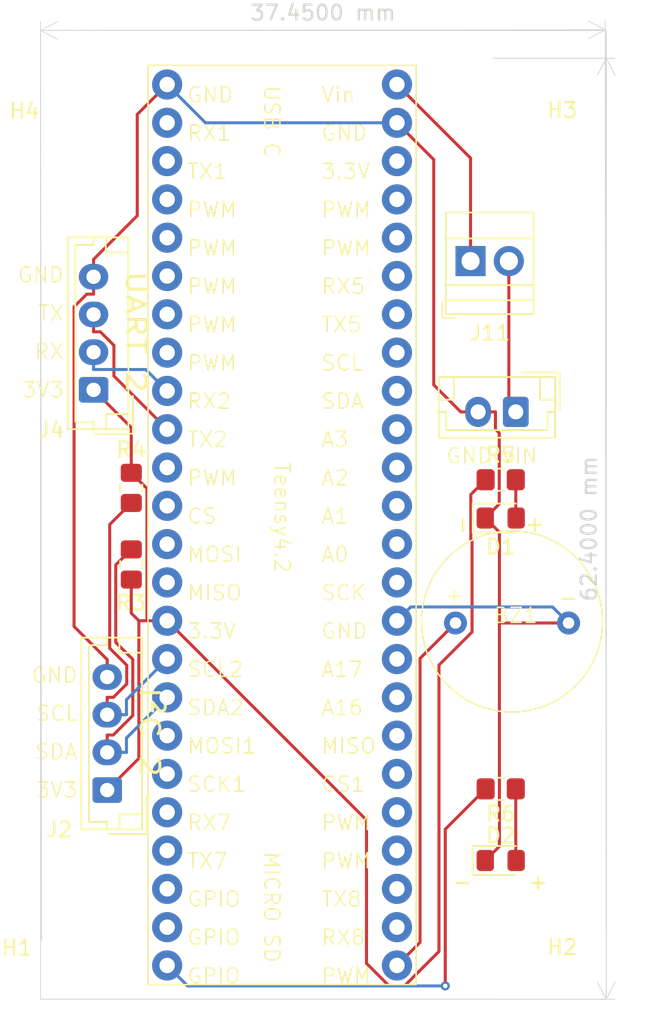
<source format=kicad_pcb>
(kicad_pcb (version 20240108) (generator "pcbnew") (generator_version "8.0")
  (layers (0 "F.Cu" signal) (31 "B.Cu" signal) (34 "B.Paste" user) (35 "F.Paste" user) (36 "B.SilkS" user "B.Silkscreen") (37 "F.SilkS" user "F.Silkscreen") (38 "B.Mask" user) (39 "F.Mask" user) (44 "Edge.Cuts" user))
  (net 0 "")
  (net 1 "/SCL0")
  (net 2 "GND")
  (net 3 "/SDA0")
  (net 4 "+3.3V")
  (net 5 "/SDA2")
  (net 6 "/SCL2")
  (net 7 "/TX1")
  (net 8 "/RX1")
  (net 9 "/TX2")
  (net 10 "/RX2")
  (net 11 "/TX5")
  (net 12 "/RX5")
  (net 13 "/RX7")
  (net 14 "/TX7")
  (net 15 "/TX8")
  (net 16 "/RX8")
  (net 17 "/MOSI1")
  (net 18 "/MISO1")
  (net 19 "/SCK1")
  (net 20 "/CS1")
  (net 21 "/MOSI0")
  (net 22 "/MISO0")
  (net 23 "/SCK0")
  (net 24 "/CS0")
  (net 25 "Net-(D1-A)")
  (net 26 "Net-(J11-Pin_2)")
  (net 28 "Net-(D2-A)")
  (net 29 "Net-(BZ1-+)")
  (net 48 "Net-(R6-Pad2)")
  (net 49 "Net-(J11-Pin_1)")
  (footprint "TerminalBlock:TerminalBlock_Xinya_XY308-2.54-2P_1x02_P2.54mm_Horizontal" (layer "F.Cu") (at 94 55)
    (property "Reference" "J11" (at 1.29 4.75 0) (layer "F.SilkS"))
    (property "Value" "Screw_Terminal_01x02")
    (fp_line (start -1.88 2.72) (end -1.88 3.76) (stroke (width 0.12)) (layer "F.SilkS"))
    (fp_line (start -1.88 3.76) (end -1.08 3.76) (stroke (width 0.12)) (layer "F.SilkS"))
    (fp_line (start -1.64 -3.22) (end -1.64 3.52) (stroke (width 0.12)) (layer "F.SilkS"))
    (fp_line (start -1.64 -3.22) (end 4.18 -3.22) (stroke (width 0.12)) (layer "F.SilkS"))
    (fp_line (start -1.64 -1.501) (end 4.18 -1.501) (stroke (width 0.12)) (layer "F.SilkS"))
    (fp_line (start -1.64 1.6) (end 4.18 1.6) (stroke (width 0.12)) (layer "F.SilkS"))
    (fp_line (start -1.64 2.6) (end 4.18 2.6) (stroke (width 0.12)) (layer "F.SilkS"))
    (fp_line (start -1.64 3.52) (end 4.18 3.52) (stroke (width 0.12)) (layer "F.SilkS"))
    (fp_line (start 4.18 -3.22) (end 4.18 3.52) (stroke (width 0.12)) (layer "F.SilkS"))
    (pad "1" thru_hole rect (at 0 0) (size 2 2) (drill 1.2) (layers "*.Cu" "*.Mask") (net 49 "Net-(J11-Pin_1)"))
    (pad "2" thru_hole circle (at 2.54 0) (size 2 2) (drill 1.2) (layers "*.Cu" "*.Mask") (net 26 "Net-(J11-Pin_2)"))
  )
  (footprint "Avionics:Adafruit_Buzzer" (layer "F.Cu") (at 97 79)
    (property "Reference" "BZ1" (at 0 -0.5 0) (layer "F.SilkS") (effects (font (thickness 0.1))))
    (property "Value" "Buzzer")
    (fp_circle (center -0.25 -0.1) (end 5.75 -0.25) (stroke (width 0.1)) (fill none) (layer "F.SilkS"))
    (fp_text user "+" (at -4.75 -1.25 0) (layer "F.SilkS") (effects (font (thickness 0.1)) (justify left bottom)))
    (pad "1" thru_hole circle (at -4 0) (size 1.524 1.524) (drill 0.762) (layers "*.Cu" "*.Mask") (net 29 "Net-(BZ1-+)"))
    (pad "2" thru_hole circle (at 3.5 0) (size 1.524 1.524) (drill 0.762) (layers "*.Cu" "*.Mask") (net 2 "GND"))
  )
  (footprint "Resistor_SMD:R_0805_2012Metric_Pad1.20x1.40mm_HandSolder" (layer "F.Cu") (at 71.5 70.04 -90)
    (property "Reference" "R4" (at -2.54 0 0) (layer "F.SilkS"))
    (property "Value" "3.3kΩ")
    (fp_line (start -0.227064 0.735) (end 0.227064 0.735) (stroke (width 0.12)) (layer "F.SilkS"))
    (fp_line (start -0.227064 -0.735) (end 0.227064 -0.735) (stroke (width 0.12)) (layer "F.SilkS"))
    (pad "1" smd roundrect (at -1 0 270) (size 1.2 1.4) (layers "F.Cu" "F.Paste" "F.Mask") (roundrect_rratio 0.208333) (net 4 "+3.3V"))
    (pad "2" smd roundrect (at 1 0 270) (size 1.2 1.4) (layers "F.Cu" "F.Paste" "F.Mask") (roundrect_rratio 0.208333) (net 6 "/SCL2"))
  )
  (footprint "MountingHole:MountingHole_3.2mm_M3" (layer "F.Cu") (at 95 45)
    (property "Reference" "H3" (at 5.08 0 0) (layer "F.SilkS"))
    (property "Value" "MountingHole")
    (pad "" np_thru_hole circle (at 0 0) (size 3.2 3.2) (drill 3.2) (layers "*.Cu" "*.Mask"))
  )
  (footprint "Connector_JST:JST_EH_B2B-EH-A_1x02_P2.50mm_Vertical" (layer "F.Cu") (at 97 65 180)
    (property "Reference" "J9" (hide yes))
    (property "Value" "Conn_01x02")
    (fp_line (start 5.11 2.31) (end 5.11 -1.71) (stroke (width 0.12)) (layer "F.SilkS"))
    (fp_line (start 5.11 0.81) (end 4.11 0.81) (stroke (width 0.12)) (layer "F.SilkS"))
    (fp_line (start 5.11 -1.71) (end -2.61 -1.71) (stroke (width 0.12)) (layer "F.SilkS"))
    (fp_line (start 4.61 0) (end 5.11 0) (stroke (width 0.12)) (layer "F.SilkS"))
    (fp_line (start 4.61 -1.21) (end 4.61 0) (stroke (width 0.12)) (layer "F.SilkS"))
    (fp_line (start 4.11 0.81) (end 4.11 2.31) (stroke (width 0.12)) (layer "F.SilkS"))
    (fp_line (start -1.61 0.81) (end -1.61 2.31) (stroke (width 0.12)) (layer "F.SilkS"))
    (fp_line (start -2.11 0) (end -2.11 -1.21) (stroke (width 0.12)) (layer "F.SilkS"))
    (fp_line (start -2.11 -1.21) (end 4.61 -1.21) (stroke (width 0.12)) (layer "F.SilkS"))
    (fp_line (start -2.61 2.31) (end 5.11 2.31) (stroke (width 0.12)) (layer "F.SilkS"))
    (fp_line (start -2.61 0.81) (end -1.61 0.81) (stroke (width 0.12)) (layer "F.SilkS"))
    (fp_line (start -2.61 0) (end -2.11 0) (stroke (width 0.12)) (layer "F.SilkS"))
    (fp_line (start -2.61 -1.71) (end -2.61 2.31) (stroke (width 0.12)) (layer "F.SilkS"))
    (fp_line (start -2.91 2.61) (end -0.41 2.61) (stroke (width 0.12)) (layer "F.SilkS"))
    (fp_line (start -2.91 0.11) (end -2.91 2.61) (stroke (width 0.12)) (layer "F.SilkS"))
    (pad "1" thru_hole roundrect (at 0 0 180) (size 1.7 2) (drill 1) (layers "*.Cu" "*.Mask") (roundrect_rratio 0.147059) (net 26 "Net-(J11-Pin_2)"))
    (pad "2" thru_hole oval (at 2.5 0 180) (size 1.7 2) (drill 1) (layers "*.Cu" "*.Mask") (net 2 "GND"))
  )
  (footprint "Connector_JST:JST_EH_B4B-EH-A_1x04_P2.50mm_Vertical" (layer "F.Cu") (at 69.905 90.08 90)
    (property "Reference" "J2" (at -2.62 -3.175 180) (layer "F.SilkS"))
    (property "Value" "Conn_01x04")
    (fp_line (start 10.11 -1.71) (end -2.61 -1.71) (stroke (width 0.12)) (layer "F.SilkS"))
    (fp_line (start -2.61 -1.71) (end -2.61 2.31) (stroke (width 0.12)) (layer "F.SilkS"))
    (fp_line (start 9.61 -1.21) (end 9.61 0) (stroke (width 0.12)) (layer "F.SilkS"))
    (fp_line (start -2.11 -1.21) (end 9.61 -1.21) (stroke (width 0.12)) (layer "F.SilkS"))
    (fp_line (start 9.61 0) (end 10.11 0) (stroke (width 0.12)) (layer "F.SilkS"))
    (fp_line (start -2.11 0) (end -2.11 -1.21) (stroke (width 0.12)) (layer "F.SilkS"))
    (fp_line (start -2.61 0) (end -2.11 0) (stroke (width 0.12)) (layer "F.SilkS"))
    (fp_line (start -2.91 0.11) (end -2.91 2.61) (stroke (width 0.12)) (layer "F.SilkS"))
    (fp_line (start 10.11 0.81) (end 9.11 0.81) (stroke (width 0.12)) (layer "F.SilkS"))
    (fp_line (start 9.11 0.81) (end 9.11 2.31) (stroke (width 0.12)) (layer "F.SilkS"))
    (fp_line (start -1.61 0.81) (end -1.61 2.31) (stroke (width 0.12)) (layer "F.SilkS"))
    (fp_line (start -2.61 0.81) (end -1.61 0.81) (stroke (width 0.12)) (layer "F.SilkS"))
    (fp_line (start 10.11 2.31) (end 10.11 -1.71) (stroke (width 0.12)) (layer "F.SilkS"))
    (fp_line (start -2.61 2.31) (end 10.11 2.31) (stroke (width 0.12)) (layer "F.SilkS"))
    (fp_line (start -2.91 2.61) (end -0.41 2.61) (stroke (width 0.12)) (layer "F.SilkS"))
    (pad "1" thru_hole roundrect (at 0 0 90) (size 1.7 1.95) (drill 0.95) (layers "*.Cu" "*.Mask") (roundrect_rratio 0.147059) (net 4 "+3.3V"))
    (pad "2" thru_hole oval (at 2.5 0 90) (size 1.7 1.95) (drill 0.95) (layers "*.Cu" "*.Mask") (net 5 "/SDA2"))
    (pad "3" thru_hole oval (at 5 0 90) (size 1.7 1.95) (drill 0.95) (layers "*.Cu" "*.Mask") (net 6 "/SCL2"))
    (pad "4" thru_hole oval (at 7.5 0 90) (size 1.7 1.95) (drill 0.95) (layers "*.Cu" "*.Mask") (net 2 "GND"))
  )
  (footprint "MountingHole:MountingHole_3.2mm_M3" (layer "F.Cu") (at 69.5 45.04)
    (property "Reference" "H4" (at -5.08 0 0) (layer "F.SilkS"))
    (property "Value" "MountingHole")
    (pad "" np_thru_hole circle (at 0 0) (size 3.2 3.2) (drill 3.2) (layers "*.Cu" "*.Mask"))
  )
  (footprint "Resistor_SMD:R_0805_2012Metric_Pad1.20x1.40mm_HandSolder" (layer "F.Cu") (at 96 69.5)
    (property "Reference" "R5" (at 0 -1.65 0) (layer "F.SilkS"))
    (property "Value" "220Ω")
    (fp_line (start -0.227064 -0.735) (end 0.227064 -0.735) (stroke (width 0.12)) (layer "F.SilkS"))
    (fp_line (start -0.227064 0.735) (end 0.227064 0.735) (stroke (width 0.12)) (layer "F.SilkS"))
    (pad "1" smd roundrect (at -1 0) (size 1.2 1.4) (layers "F.Cu" "F.Paste" "F.Mask") (roundrect_rratio 0.208333) (net 4 "+3.3V"))
    (pad "2" smd roundrect (at 1 0) (size 1.2 1.4) (layers "F.Cu" "F.Paste" "F.Mask") (roundrect_rratio 0.208333) (net 25 "Net-(D1-A)"))
  )
  (footprint "Resistor_SMD:R_0805_2012Metric_Pad1.20x1.40mm_HandSolder" (layer "F.Cu") (at 71.5 75.12 -90)
    (property "Reference" "R3" (at 2.54 0 0) (layer "F.SilkS"))
    (property "Value" "3.3kΩ")
    (fp_line (start -0.227064 0.735) (end 0.227064 0.735) (stroke (width 0.12)) (layer "F.SilkS"))
    (fp_line (start -0.227064 -0.735) (end 0.227064 -0.735) (stroke (width 0.12)) (layer "F.SilkS"))
    (pad "1" smd roundrect (at -1 0 270) (size 1.2 1.4) (layers "F.Cu" "F.Paste" "F.Mask") (roundrect_rratio 0.208333) (net 5 "/SDA2"))
    (pad "2" smd roundrect (at 1 0 270) (size 1.2 1.4) (layers "F.Cu" "F.Paste" "F.Mask") (roundrect_rratio 0.208333) (net 4 "+3.3V"))
  )
  (footprint "MountingHole:MountingHole_3.2mm_M3" (layer "F.Cu") (at 69 100.54)
    (property "Reference" "H1" (at -5.08 0 0) (layer "F.SilkS"))
    (property "Value" "MountingHole")
    (pad "" np_thru_hole circle (at 0 0) (size 3.2 3.2) (drill 3.2) (layers "*.Cu" "*.Mask"))
  )
  (footprint "Resistor_SMD:R_0805_2012Metric_Pad1.20x1.40mm_HandSolder" (layer "F.Cu") (at 96 90 180)
    (property "Reference" "R6" (at 0 -1.65 0) (layer "F.SilkS"))
    (property "Value" "220Ω")
    (fp_line (start -0.227064 0.735) (end 0.227064 0.735) (stroke (width 0.12)) (layer "F.SilkS"))
    (fp_line (start -0.227064 -0.735) (end 0.227064 -0.735) (stroke (width 0.12)) (layer "F.SilkS"))
    (pad "1" smd roundrect (at -1 0 180) (size 1.2 1.4) (layers "F.Cu" "F.Paste" "F.Mask") (roundrect_rratio 0.208333) (net 28 "Net-(D2-A)"))
    (pad "2" smd roundrect (at 1 0 180) (size 1.2 1.4) (layers "F.Cu" "F.Paste" "F.Mask") (roundrect_rratio 0.208333) (net 48 "Net-(R6-Pad2)"))
  )
  (footprint "Breakout Boards:Teensy_4.1" (layer "F.Cu") (at 81.5 72.5)
    (property "Reference" "Teensy4.2" (at 0 -0.5 -90) (layer "F.SilkS") (effects (font (thickness 0.1))))
    (property "Value" "~")
    (fp_line (start -8.89 -1.27) (end -8.89 -30.48) (stroke (width 0.1)) (layer "F.SilkS"))
    (fp_line (start -8.89 -1.27) (end -8.89 0) (stroke (width 0.1)) (layer "F.SilkS"))
    (fp_line (start -8.89 0) (end -8.89 30.48) (stroke (width 0.1)) (layer "F.SilkS"))
    (fp_line (start -8.89 30.48) (end 8.89 30.48) (stroke (width 0.1)) (layer "F.SilkS"))
    (fp_line (start 8.89 -30.48) (end -8.89 -30.48) (stroke (width 0.1)) (layer "F.SilkS"))
    (fp_line (start 8.89 -30.48) (end 8.89 -2.54) (stroke (width 0.1)) (layer "F.SilkS"))
    (fp_line (start 8.89 30.48) (end 8.89 -2.54) (stroke (width 0.1)) (layer "F.SilkS"))
    (fp_text user "SCK1" (at -6.35 17.78 0) (layer "F.SilkS") (effects (font (thickness 0.1)) (justify left bottom)))
    (fp_text user "SDA" (at 2.54 -7.62 0) (layer "F.SilkS") (effects (font (thickness 0.1)) (justify left bottom)))
    (fp_text user "A1" (at 2.54 0 0) (layer "F.SilkS") (effects (font (thickness 0.1)) (justify left bottom)))
    (fp_text user "PWM" (at -6.35 -17.78 0) (layer "F.SilkS") (effects (font (thickness 0.1)) (justify left bottom)))
    (fp_text user "PWM" (at -6.35 -20.32 0) (layer "F.SilkS") (effects (font (thickness 0.1)) (justify left bottom)))
    (fp_text user "RX2" (at -6.35 -7.62 0) (layer "F.SilkS") (effects (font (thickness 0.1)) (justify left bottom)))
    (fp_text user "3.3V" (at 2.54 -22.86 0) (layer "F.SilkS") (effects (font (thickness 0.1)) (justify left bottom)))
    (fp_text user "TX8" (at 2.54 25.4 0) (layer "F.SilkS") (effects (font (thickness 0.1)) (justify left bottom)))
    (fp_text user "PWM" (at 2.54 30.48 0) (layer "F.SilkS") (effects (font (thickness 0.1)) (justify left bottom)))
    (fp_text user "TX1" (at -6.35 -22.86 0) (layer "F.SilkS") (effects (font (thickness 0.1)) (justify left bottom)))
    (fp_text user "MISO" (at 2.54 15.24 0) (layer "F.SilkS") (effects (font (thickness 0.1)) (justify left bottom)))
    (fp_text user "MISO" (at -6.35 5.08 0) (layer "F.SilkS") (effects (font (thickness 0.1)) (justify left bottom)))
    (fp_text user "RX5" (at 2.54 -15.24 0) (layer "F.SilkS") (effects (font (thickness 0.1)) (justify left bottom)))
    (fp_text user "CS" (at -6.35 0 0) (layer "F.SilkS") (effects (font (thickness 0.1)) (justify left bottom)))
    (fp_text user "3.3V" (at -6.35 7.62 0) (layer "F.SilkS") (effects (font (thickness 0.1)) (justify left bottom)))
    (fp_text user "GND" (at -6.35 -27.94 0) (layer "F.SilkS") (effects (font (thickness 0.1)) (justify left bottom)))
    (fp_text user "PWM" (at 2.54 22.86 0) (layer "F.SilkS") (effects (font (thickness 0.1)) (justify left bottom)))
    (fp_text user "GPIO" (at -6.35 27.94 0) (layer "F.SilkS") (effects (font (thickness 0.1)) (justify left bottom)))
    (fp_text user "SDA2" (at -6.35 12.7 0) (layer "F.SilkS") (effects (font (thickness 0.1)) (justify left bottom)))
    (fp_text user "TX7" (at -6.35 22.86 0) (layer "F.SilkS") (effects (font (thickness 0.1)) (justify left bottom)))
    (fp_text user "MOSI" (at -6.35 2.54 0) (layer "F.SilkS") (effects (font (thickness 0.1)) (justify left bottom)))
    (fp_text user "GPIO" (at -6.35 25.4 0) (layer "F.SilkS") (effects (font (thickness 0.1)) (justify left bottom)))
    (fp_text user "TX5" (at 2.54 -12.7 0) (layer "F.SilkS") (effects (font (thickness 0.1)) (justify left bottom)))
    (fp_text user "GPIO" (at -6.35 30.48 0) (layer "F.SilkS") (effects (font (thickness 0.1)) (justify left bottom)))
    (fp_text user "SCL2" (at -6.35 10.16 0) (layer "F.SilkS") (effects (font (thickness 0.1)) (justify left bottom)))
    (fp_text user "PWM" (at -6.35 -10.16 0) (layer "F.SilkS") (effects (font (thickness 0.1)) (justify left bottom)))
    (fp_text user "PWM" (at 2.54 -20.32 0) (layer "F.SilkS") (effects (font (thickness 0.1)) (justify left bottom)))
    (fp_text user "PWM" (at -6.35 -15.24 0) (layer "F.SilkS") (effects (font (thickness 0.1)) (justify left bottom)))
    (fp_text user "RX8" (at 2.54 27.94 0) (layer "F.SilkS") (effects (font (thickness 0.1)) (justify left bottom)))
    (fp_text user "MICRO SD" (at -1.27 21.59 -90) (layer "F.SilkS") (effects (font (thickness 0.1)) (justify left bottom)))
    (fp_text user "PWM" (at 2.54 -17.78 0) (layer "F.SilkS") (effects (font (thickness 0.1)) (justify left bottom)))
    (fp_text user "USB C" (at -1.27 -29.21 -90) (layer "F.SilkS") (effects (font (thickness 0.1)) (justify left bottom)))
    (fp_text user "RX7" (at -6.35 20.32 0) (layer "F.SilkS") (effects (font (thickness 0.1)) (justify left bottom)))
    (fp_text user "A0" (at 2.54 2.54 0) (layer "F.SilkS") (effects (font (thickness 0.1)) (justify left bottom)))
    (fp_text user "PWM" (at -6.35 -12.7 0) (layer "F.SilkS") (effects (font (thickness 0.1)) (justify left bottom)))
    (fp_text user "GND" (at 2.54 -25.4 0) (layer "F.SilkS") (effects (font (thickness 0.1)) (justify left bottom)))
    (fp_text user "GND" (at 2.54 7.62 0) (layer "F.SilkS") (effects (font (thickness 0.1)) (justify left bottom)))
    (fp_text user "SCL" (at 2.54 -10.16 0) (layer "F.SilkS") (effects (font (thickness 0.1)) (justify left bottom)))
    (fp_text user "A3" (at 2.54 -5.08 0) (layer "F.SilkS") (effects (font (thickness 0.1)) (justify left bottom)))
    (fp_text user "A16" (at 2.54 12.7 0) (layer "F.SilkS") (effects (font (thickness 0.1)) (justify left bottom)))
    (fp_text user "SCK" (at 2.54 5.08 0) (layer "F.SilkS") (effects (font (thickness 0.1)) (justify left bottom)))
    (fp_text user "TX2" (at -6.35 -5.08 0) (layer "F.SilkS") (effects (font (thickness 0.1)) (justify left bottom)))
    (fp_text user "Vin" (at 2.54 -27.94 0) (layer "F.SilkS") (effects (font (thickness 0.1)) (justify left bottom)))
    (fp_text user "CS1" (at 2.54 17.78 0) (layer "F.SilkS") (effects (font (thickness 0.1)) (justify left bottom)))
    (fp_text user "PWM" (at -6.35 -2.54 0) (layer "F.SilkS") (effects (font (thickness 0.1)) (justify left bottom)))
    (fp_text user "PWM" (at 2.54 20.32 0) (layer "F.SilkS") (effects (font (thickness 0.1)) (justify left bottom)))
    (fp_text user "A17" (at 2.54 10.16 0) (layer "F.SilkS") (effects (font (thickness 0.1)) (justify left bottom)))
    (fp_text user "MOSI1" (at -6.35 15.24 0) (layer "F.SilkS") (effects (font (thickness 0.1)) (justify left bottom)))
    (fp_text user "A2" (at 2.54 -2.54 0) (layer "F.SilkS") (effects (font (thickness 0.1)) (justify left bottom)))
    (fp_text user "RX1" (at -6.35 -25.4 0) (layer "F.SilkS") (effects (font (thickness 0.1)) (justify left bottom)))
    (pad "0" thru_hole circle (at -7.62 -29.21) (size 2 2) (drill 1.02) (layers "*.Cu" "*.Mask") (net 2 "GND"))
    (pad "1" thru_hole circle (at -7.62 -26.67) (size 2 2) (drill 1.02) (layers "*.Cu" "*.Mask") (net 8 "/RX1"))
    (pad "2" thru_hole circle (at -7.62 -24.13) (size 2 2) (drill 1.02) (layers "*.Cu" "*.Mask") (net 7 "/TX1"))
    (pad "3" thru_hole circle (at -7.62 -21.59) (size 2 2) (drill 1.02) (layers "*.Cu" "*.Mask"))
    (pad "4" thru_hole circle (at -7.62 -19.05) (size 2 2) (drill 1.02) (layers "*.Cu" "*.Mask"))
    (pad "5" thru_hole circle (at -7.62 -16.51) (size 2 2) (drill 1.02) (layers "*.Cu" "*.Mask"))
    (pad "6" thru_hole circle (at -7.62 -13.97) (size 2 2) (drill 1.02) (layers "*.Cu" "*.Mask"))
    (pad "7" thru_hole circle (at -7.62 -11.43) (size 2 2) (drill 1.02) (layers "*.Cu" "*.Mask"))
    (pad "8" thru_hole circle (at -7.62 -8.89) (size 2 2) (drill 1.02) (layers "*.Cu" "*.Mask") (net 10 "/RX2"))
    (pad "9" thru_hole circle (at -7.62 -6.35) (size 2 2) (drill 1.02) (layers "*.Cu" "*.Mask") (net 9 "/TX2"))
    (pad "10" thru_hole circle (at -7.62 -3.81) (size 2 2) (drill 1.02) (layers "*.Cu" "*.Mask"))
    (pad "11" thru_hole circle (at -7.62 -1.27) (size 2 2) (drill 1.02) (layers "*.Cu" "*.Mask") (net 24 "/CS0"))
    (pad "12" thru_hole circle (at -7.62 1.27) (size 2 2) (drill 1.02) (layers "*.Cu" "*.Mask") (net 21 "/MOSI0"))
    (pad "13" thru_hole circle (at -7.62 3.81) (size 2 2) (drill 1.02) (layers "*.Cu" "*.Mask") (net 22 "/MISO0"))
    (pad "14" thru_hole circle (at -7.62 6.35) (size 2 2) (drill 1.02) (layers "*.Cu" "*.Mask") (net 4 "+3.3V"))
    (pad "15" thru_hole circle (at -7.62 8.89) (size 2 2) (drill 1.02) (layers "*.Cu" "*.Mask") (net 6 "/SCL2"))
    (pad "16" thru_hole circle (at -7.62 11.43) (size 2 2) (drill 1.02) (layers "*.Cu" "*.Mask") (net 5 "/SDA2"))
    (pad "17" thru_hole circle (at -7.62 13.97) (size 2 2) (drill 1.02) (layers "*.Cu" "*.Mask") (net 17 "/MOSI1"))
    (pad "18" thru_hole circle (at -7.62 16.51) (size 2 2) (drill 1.02) (layers "*.Cu" "*.Mask") (net 19 "/SCK1"))
    (pad "19" thru_hole circle (at -7.62 19.05) (size 2 2) (drill 1.02) (layers "*.Cu" "*.Mask") (net 13 "/RX7"))
    (pad "20" thru_hole circle (at -7.62 21.59) (size 2 2) (drill 1.02) (layers "*.Cu" "*.Mask") (net 14 "/TX7"))
    (pad "21" thru_hole circle (at -7.62 24.13) (size 2 2) (drill 1.02) (layers "*.Cu" "*.Mask"))
    (pad "22" thru_hole circle (at -7.62 26.67) (size 2 2) (drill 1.02) (layers "*.Cu" "*.Mask"))
    (pad "23" thru_hole circle (at -7.62 29.21) (size 2 2) (drill 1.02) (layers "*.Cu" "*.Mask") (net 48 "Net-(R6-Pad2)"))
    (pad "24" thru_hole circle (at 7.62 29.21) (size 2 2) (drill 1.02) (layers "*.Cu" "*.Mask") (net 29 "Net-(BZ1-+)"))
    (pad "25" thru_hole circle (at 7.62 26.67) (size 2 2) (drill 1.02) (layers "*.Cu" "*.Mask") (net 16 "/RX8"))
    (pad "26" thru_hole circle (at 7.62 24.13) (size 2 2) (drill 1.02) (layers "*.Cu" "*.Mask") (net 15 "/TX8"))
    (pad "27" thru_hole circle (at 7.62 21.59) (size 2 2) (drill 1.02) (layers "*.Cu" "*.Mask"))
    (pad "28" thru_hole circle (at 7.62 19.05) (size 2 2) (drill 1.02) (layers "*.Cu" "*.Mask"))
    (pad "29" thru_hole circle (at 7.62 16.51) (size 2 2) (drill 1.02) (layers "*.Cu" "*.Mask") (net 20 "/CS1"))
    (pad "30" thru_hole circle (at 7.62 13.97) (size 2 2) (drill 1.02) (layers "*.Cu" "*.Mask") (net 18 "/MISO1"))
    (pad "31" thru_hole circle (at 7.62 11.43) (size 2 2) (drill 1.02) (layers "*.Cu" "*.Mask"))
    (pad "32" thru_hole circle (at 7.62 8.89) (size 2 2) (drill 1.02) (layers "*.Cu" "*.Mask"))
    (pad "33" thru_hole circle (at 7.62 6.35) (size 2 2) (drill 1.02) (layers "*.Cu" "*.Mask") (net 2 "GND"))
    (pad "34" thru_hole circle (at 7.62 3.81) (size 2 2) (drill 1.02) (layers "*.Cu" "*.Mask") (net 23 "/SCK0"))
    (pad "35" thru_hole circle (at 7.62 1.27) (size 2 2) (drill 1.02) (layers "*.Cu" "*.Mask"))
    (pad "36" thru_hole circle (at 7.62 -1.27) (size 2 2) (drill 1.02) (layers "*.Cu" "*.Mask"))
    (pad "37" thru_hole circle (at 7.62 -3.81) (size 2 2) (drill 1.02) (layers "*.Cu" "*.Mask"))
    (pad "38" thru_hole circle (at 7.62 -6.35) (size 2 2) (drill 1.02) (layers "*.Cu" "*.Mask"))
    (pad "39" thru_hole circle (at 7.62 -8.89) (size 2 2) (drill 1.02) (layers "*.Cu" "*.Mask") (net 3 "/SDA0"))
    (pad "40" thru_hole circle (at 7.62 -11.43) (size 2 2) (drill 1.02) (layers "*.Cu" "*.Mask") (net 1 "/SCL0"))
    (pad "41" thru_hole circle (at 7.62 -13.97) (size 2 2) (drill 1.02) (layers "*.Cu" "*.Mask") (net 12 "/RX5"))
    (pad "42" thru_hole circle (at 7.62 -16.51) (size 2 2) (drill 1.02) (layers "*.Cu" "*.Mask") (net 11 "/TX5"))
    (pad "43" thru_hole circle (at 7.62 -19.05) (size 2 2) (drill 1.02) (layers "*.Cu" "*.Mask"))
    (pad "44" thru_hole circle (at 7.62 -21.59) (size 2 2) (drill 1.02) (layers "*.Cu" "*.Mask"))
    (pad "45" thru_hole circle (at 7.62 -24.13) (size 2 2) (drill 1.02) (layers "*.Cu" "*.Mask"))
    (pad "46" thru_hole circle (at 7.62 -26.67) (size 2 2) (drill 1.02) (layers "*.Cu" "*.Mask") (net 2 "GND"))
    (pad "47" thru_hole circle (at 7.62 -29.21) (size 2 2) (drill 1.02) (layers "*.Cu" "*.Mask") (net 49 "Net-(J11-Pin_1)"))
  )
  (footprint "Connector_JST:JST_EH_B4B-EH-A_1x04_P2.50mm_Vertical" (layer "F.Cu") (at 69 63.54 90)
    (property "Reference" "J4" (at -2.66 -2.8 180) (layer "F.SilkS"))
    (property "Value" "Conn_01x04")
    (fp_line (start 10.11 -1.71) (end -2.61 -1.71) (stroke (width 0.12)) (layer "F.SilkS"))
    (fp_line (start -2.61 -1.71) (end -2.61 2.31) (stroke (width 0.12)) (layer "F.SilkS"))
    (fp_line (start 9.61 -1.21) (end 9.61 0) (stroke (width 0.12)) (layer "F.SilkS"))
    (fp_line (start -2.11 -1.21) (end 9.61 -1.21) (stroke (width 0.12)) (layer "F.SilkS"))
    (fp_line (start 9.61 0) (end 10.11 0) (stroke (width 0.12)) (layer "F.SilkS"))
    (fp_line (start -2.11 0) (end -2.11 -1.21) (stroke (width 0.12)) (layer "F.SilkS"))
    (fp_line (start -2.61 0) (end -2.11 0) (stroke (width 0.12)) (layer "F.SilkS"))
    (fp_line (start -2.91 0.11) (end -2.91 2.61) (stroke (width 0.12)) (layer "F.SilkS"))
    (fp_line (start 10.11 0.81) (end 9.11 0.81) (stroke (width 0.12)) (layer "F.SilkS"))
    (fp_line (start 9.11 0.81) (end 9.11 2.31) (stroke (width 0.12)) (layer "F.SilkS"))
    (fp_line (start -1.61 0.81) (end -1.61 2.31) (stroke (width 0.12)) (layer "F.SilkS"))
    (fp_line (start -2.61 0.81) (end -1.61 0.81) (stroke (width 0.12)) (layer "F.SilkS"))
    (fp_line (start 10.11 2.31) (end 10.11 -1.71) (stroke (width 0.12)) (layer "F.SilkS"))
    (fp_line (start -2.61 2.31) (end 10.11 2.31) (stroke (width 0.12)) (layer "F.SilkS"))
    (fp_line (start -2.91 2.61) (end -0.41 2.61) (stroke (width 0.12)) (layer "F.SilkS"))
    (pad "1" thru_hole roundrect (at 0 0 90) (size 1.7 1.95) (drill 0.95) (layers "*.Cu" "*.Mask") (roundrect_rratio 0.147059) (net 4 "+3.3V"))
    (pad "2" thru_hole oval (at 2.5 0 90) (size 1.7 1.95) (drill 0.95) (layers "*.Cu" "*.Mask") (net 10 "/RX2"))
    (pad "3" thru_hole oval (at 5 0 90) (size 1.7 1.95) (drill 0.95) (layers "*.Cu" "*.Mask") (net 9 "/TX2"))
    (pad "4" thru_hole oval (at 7.5 0 90) (size 1.7 1.95) (drill 0.95) (layers "*.Cu" "*.Mask") (net 2 "GND"))
  )
  (footprint "LED_SMD:LED_0805_2012Metric_Pad1.15x1.40mm_HandSolder" (layer "F.Cu") (at 96 94.75)
    (property "Reference" "D2" (at 0 -1.65 0) (layer "F.SilkS"))
    (property "Value" "LED")
    (fp_line (start -1.86 -0.96) (end -1.86 0.96) (stroke (width 0.12)) (layer "F.SilkS"))
    (fp_line (start -1.86 0.96) (end 1 0.96) (stroke (width 0.12)) (layer "F.SilkS"))
    (fp_line (start 1 -0.96) (end -1.86 -0.96) (stroke (width 0.12)) (layer "F.SilkS"))
    (pad "1" smd roundrect (at -1.025 0) (size 1.15 1.4) (layers "F.Cu" "F.Paste" "F.Mask") (roundrect_rratio 0.217391) (net 2 "GND"))
    (pad "2" smd roundrect (at 1.025 0) (size 1.15 1.4) (layers "F.Cu" "F.Paste" "F.Mask") (roundrect_rratio 0.217391) (net 28 "Net-(D2-A)"))
  )
  (footprint "LED_SMD:LED_0805_2012Metric_Pad1.15x1.40mm_HandSolder" (layer "F.Cu") (at 96 72.04)
    (property "Reference" "D1" (at 0 1.905 0) (layer "F.SilkS"))
    (property "Value" "LED")
    (fp_line (start -1.86 -0.96) (end -1.86 0.96) (stroke (width 0.12)) (layer "F.SilkS"))
    (fp_line (start -1.86 0.96) (end 1 0.96) (stroke (width 0.12)) (layer "F.SilkS"))
    (fp_line (start 1 -0.96) (end -1.86 -0.96) (stroke (width 0.12)) (layer "F.SilkS"))
    (pad "1" smd roundrect (at -1.025 0) (size 1.15 1.4) (layers "F.Cu" "F.Paste" "F.Mask") (roundrect_rratio 0.217391) (net 2 "GND"))
    (pad "2" smd roundrect (at 1.025 0) (size 1.15 1.4) (layers "F.Cu" "F.Paste" "F.Mask") (roundrect_rratio 0.217391) (net 25 "Net-(D1-A)"))
  )
  (footprint "MountingHole:MountingHole_3.2mm_M3" (layer "F.Cu") (at 95 100.5)
    (property "Reference" "H2" (at 5.08 0 0) (layer "F.SilkS"))
    (property "Value" "MountingHole")
    (pad "" np_thru_hole circle (at 0 0) (size 3.2 3.2) (drill 3.2) (layers "*.Cu" "*.Mask"))
  )
  (gr_rect (start 65.485023 39.705481) (end 103 103.95) (stroke (width 0.05)) (fill none) (layer "Edge.Cuts"))
  (gr_text "3V3\n" (at 67.095 63.54 0) (layer "F.SilkS") (effects (font (size 1 1) (thickness 0.1)) (justify right)))
  (gr_text "+\n" (at 97.75 71.79 -90) (layer "F.SilkS") (effects (font (size 0.992 0.992) (thickness 0.1621) (bold yes)) (justify left bottom)))
  (gr_text "TX" (at 67.095 58.46 0) (layer "F.SilkS") (effects (font (size 1 1) (thickness 0.1)) (justify right)))
  (gr_text "UART 2" (at 71.81 59.69 270) (layer "F.SilkS") (effects (font (size 1.25 1.5) (thickness 0.2))))
  (gr_text "+\n" (at 97.75 96.75 0) (layer "F.SilkS") (effects (font (size 0.992 0.992) (thickness 0.1621) (bold yes)) (justify left bottom)))
  (gr_text "3V3\n" (at 68 90.08 0) (layer "F.SilkS") (effects (font (size 1 1) (thickness 0.1)) (justify right)))
  (gr_text "-" (at 93 71.79 -90) (layer "F.SilkS") (effects (font (size 0.992 0.992) (thickness 0.1621) (bold yes)) (justify left bottom)))
  (gr_text "RX\n" (at 67.095 61 0) (layer "F.SilkS") (effects (font (size 1 1) (thickness 0.1)) (justify right)))
  (gr_text "-" (at 99.75 77.9 0) (layer "F.SilkS") (effects (font (size 0.992 0.992) (thickness 0.1621) (bold yes)) (justify left bottom)))
  (gr_text "-" (at 92.75 96.75 0) (layer "F.SilkS") (effects (font (size 0.992 0.992) (thickness 0.1621) (bold yes)) (justify left bottom)))
  (gr_text "SDA\n" (at 68 87.54 0) (layer "F.SilkS") (effects (font (size 1 1) (thickness 0.1)) (justify right)))
  (gr_text "GND" (at 67.095 55.92 0) (layer "F.SilkS") (effects (font (size 1 1) (thickness 0.1)) (justify right)))
  (gr_text "I²C 2\n" (at 72.715 86.23 270) (layer "F.SilkS") (effects (font (size 1.25 1.5) (thickness 0.2))))
  (gr_text "GND" (at 95.5 67.91 0) (layer "F.SilkS") (effects (font (size 1 1) (thickness 0.1)) (justify right)))
  (gr_text "GND" (at 68 82.46 0) (layer "F.SilkS") (effects (font (size 1 1) (thickness 0.1)) (justify right)))
  (gr_text "SCL\n" (at 68 85 0) (layer "F.SilkS") (effects (font (size 1 1) (thickness 0.1)) (justify right)))
  (gr_text "VIN" (at 98.5 67.91 0) (layer "F.SilkS") (effects (font (size 1 1) (thickness 0.1)) (justify right)))
  (dimension (type aligned) (layer "Edge.Cuts") (pts (xy 95 103.95) (xy 95 41.55)) (height 8) (gr_text "2.4567 in" (at 101.85 72.75 90) (layer "Edge.Cuts") (effects (font (size 1 1) (thickness 0.15)))) (format (prefix "") (suffix "") (units 3) (units_format 1) (precision 4)) (style (thickness 0.05) (arrow_length 1.27) (text_position_mode 0) (extension_height 0.58642) (extension_offset 0.5) keep_text_aligned))
  (dimension (type aligned) (layer "Edge.Cuts") (pts (xy 65.55 100.54) (xy 103 100.5)) (height -60.834554) (gr_text "1.4744 in" (at 84.208795 38.535482 0.061197071) (layer "Edge.Cuts") (effects (font (size 1 1) (thickness 0.15)))) (format (prefix "") (suffix "") (units 3) (units_format 1) (precision 4)) (style (thickness 0.05) (arrow_length 1.27) (text_position_mode 0) (extension_height 0.58642) (extension_offset 0.5) keep_text_aligned))
  (segment (start 91.56 48.27) (end 91.56 63.2117) (width 0.2) (layer "F.Cu") (net 2))
  (segment (start 68.5483 57.1917) (end 69 57.1917) (width 0.2) (layer "F.Cu") (net 2))
  (segment (start 69 56.04) (end 69 57.1917) (width 0.2) (layer "F.Cu") (net 2))
  (segment (start 67.7063 79.2296) (end 67.7063 58.0337) (width 0.2) (layer "F.Cu") (net 2))
  (segment (start 71.8961 45.2739) (end 71.8961 51.9922) (width 0.2) (layer "F.Cu") (net 2))
  (segment (start 95.9141 72.9791) (end 94.975 72.04) (width 0.2) (layer "F.Cu") (net 2))
  (segment (start 95.9027 71.1123) (end 94.975 72.04) (width 0.2) (layer "F.Cu") (net 2))
  (segment (start 95.9141 93.8109) (end 95.9141 79) (width 0.2) (layer "F.Cu") (net 2))
  (segment (start 95.6517 65) (end 95.6517 66.1517) (width 0.2) (layer "F.Cu") (net 2))
  (segment (start 69.905 81.4283) (end 67.7063 79.2296) (width 0.2) (layer "F.Cu") (net 2))
  (segment (start 94.5 65) (end 93.3483 65) (width 0.2) (layer "F.Cu") (net 2))
  (segment (start 89.12 45.83) (end 91.56 48.27) (width 0.2) (layer "F.Cu") (net 2))
  (segment (start 91.56 63.2117) (end 93.3483 65) (width 0.2) (layer "F.Cu") (net 2))
  (segment (start 95.9027 66.4027) (end 95.9027 71.1123) (width 0.2) (layer "F.Cu") (net 2))
  (segment (start 69 56.04) (end 69 54.8883) (width 0.2) (layer "F.Cu") (net 2))
  (segment (start 95.9141 79) (end 95.9141 72.9791) (width 0.2) (layer "F.Cu") (net 2))
  (segment (start 100.5 79) (end 95.9141 79) (width 0.2) (layer "F.Cu") (net 2))
  (segment (start 67.7063 58.0337) (end 68.5483 57.1917) (width 0.2) (layer "F.Cu") (net 2))
  (segment (start 95.6517 66.1517) (end 95.9027 66.4027) (width 0.2) (layer "F.Cu") (net 2))
  (segment (start 94.975 94.75) (end 95.9141 93.8109) (width 0.2) (layer "F.Cu") (net 2))
  (segment (start 73.88 43.29) (end 71.8961 45.2739) (width 0.2) (layer "F.Cu") (net 2))
  (segment (start 69.905 82.58) (end 69.905 81.4283) (width 0.2) (layer "F.Cu") (net 2))
  (segment (start 71.8961 51.9922) (end 69 54.8883) (width 0.2) (layer "F.Cu") (net 2))
  (segment (start 94.5 65) (end 95.6517 65) (width 0.2) (layer "F.Cu") (net 2))
  (segment (start 89.12 78.85) (end 90.0337 77.9363) (width 0.2) (layer "B.Cu") (net 2))
  (segment (start 90.0337 77.9363) (end 99.4363 77.9363) (width 0.2) (layer "B.Cu") (net 2))
  (segment (start 99.4363 77.9363) (end 100.5 79) (width 0.2) (layer "B.Cu") (net 2))
  (segment (start 76.42 45.83) (end 89.12 45.83) (width 0.2) (layer "B.Cu") (net 2))
  (segment (start 73.88 43.29) (end 76.42 45.83) (width 0.2) (layer "B.Cu") (net 2))
  (segment (start 91.9063 100.779) (end 91.9063 81.7919) (width 0.2) (layer "F.Cu") (net 4))
  (segment (start 71.5 78.3468) (end 71.5 76.12) (width 0.2) (layer "F.Cu") (net 4))
  (segment (start 89.6258 103.0595) (end 91.9063 100.779) (width 0.2) (layer "F.Cu") (net 4))
  (segment (start 72.5405 78.85) (end 72.5405 70.0805) (width 0.2) (layer "F.Cu") (net 4))
  (segment (start 94.0988 73.5399) (end 94.0191 73.4602) (width 0.2) (layer "F.Cu") (net 4))
  (segment (start 73.88 78.85) (end 72.5405 78.85) (width 0.2) (layer "F.Cu") (net 4))
  (segment (start 72.0032 78.85) (end 71.5 78.3468) (width 0.2) (layer "F.Cu") (net 4))
  (segment (start 94.0191 73.4602) (end 94.0191 70.4809) (width 0.2) (layer "F.Cu") (net 4))
  (segment (start 72.0032 87.9818) (end 72.0032 78.85) (width 0.2) (layer "F.Cu") (net 4))
  (segment (start 73.88 78.85) (end 87.1007 92.0707) (width 0.2) (layer "F.Cu") (net 4))
  (segment (start 88.5896 103.0595) (end 89.6258 103.0595) (width 0.2) (layer "F.Cu") (net 4))
  (segment (start 69.905 90.08) (end 72.0032 87.9818) (width 0.2) (layer "F.Cu") (net 4))
  (segment (start 94.0988 79.5994) (end 94.0988 73.5399) (width 0.2) (layer "F.Cu") (net 4))
  (segment (start 87.1007 101.5706) (end 88.5896 103.0595) (width 0.2) (layer "F.Cu") (net 4))
  (segment (start 91.9063 81.7919) (end 94.0988 79.5994) (width 0.2) (layer "F.Cu") (net 4))
  (segment (start 87.1007 92.0707) (end 87.1007 101.5706) (width 0.2) (layer "F.Cu") (net 4))
  (segment (start 72.5405 70.0805) (end 71.5 69.04) (width 0.2) (layer "F.Cu") (net 4))
  (segment (start 71.5 66.04) (end 71.5 69.04) (width 0.2) (layer "F.Cu") (net 4))
  (segment (start 72.5405 78.85) (end 72.0032 78.85) (width 0.2) (layer "F.Cu") (net 4))
  (segment (start 94.0191 70.4809) (end 95 69.5) (width 0.2) (layer "F.Cu") (net 4))
  (segment (start 69 63.54) (end 71.5 66.04) (width 0.2) (layer "F.Cu") (net 4))
  (segment (start 69.905 87.58) (end 69.905 86.4283) (width 0.2) (layer "F.Cu") (net 5))
  (segment (start 71.6015 81.4139) (end 70.4727 80.2851) (width 0.2) (layer "F.Cu") (net 5))
  (segment (start 70.3105 86.4283) (end 71.6015 85.1373) (width 0.2) (layer "F.Cu") (net 5))
  (segment (start 70.4727 80.2851) (end 70.4727 75.1473) (width 0.2) (layer "F.Cu") (net 5))
  (segment (start 69.905 86.4283) (end 70.3105 86.4283) (width 0.2) (layer "F.Cu") (net 5))
  (segment (start 70.4727 75.1473) (end 71.5 74.12) (width 0.2) (layer "F.Cu") (net 5))
  (segment (start 71.6015 85.1373) (end 71.6015 81.4139) (width 0.2) (layer "F.Cu") (net 5))
  (segment (start 69.905 87.58) (end 71.1817 87.58) (width 0.2) (layer "B.Cu") (net 5))
  (segment (start 73.88 83.93) (end 71.1817 86.6283) (width 0.2) (layer "B.Cu") (net 5))
  (segment (start 71.1817 86.6283) (end 71.1817 87.58) (width 0.2) (layer "B.Cu") (net 5))
  (segment (start 70.071 80.671) (end 71.1998 81.7998) (width 0.2) (layer "F.Cu") (net 6))
  (segment (start 69.905 85.08) (end 69.905 83.9283) (width 0.2) (layer "F.Cu") (net 6))
  (segment (start 71.5 71.04) (end 70.071 72.469) (width 0.2) (layer "F.Cu") (net 6))
  (segment (start 71.1998 83.0418) (end 70.3133 83.9283) (width 0.2) (layer "F.Cu") (net 6))
  (segment (start 70.3133 83.9283) (end 69.905 83.9283) (width 0.2) (layer "F.Cu") (net 6))
  (segment (start 71.1998 81.7998) (end 71.1998 83.0418) (width 0.2) (layer "F.Cu") (net 6))
  (segment (start 70.071 72.469) (end 70.071 80.671) (width 0.2) (layer "F.Cu") (net 6))
  (segment (start 71.1817 84.0883) (end 71.1817 85.08) (width 0.2) (layer "B.Cu") (net 6))
  (segment (start 73.88 81.39) (end 71.1817 84.0883) (width 0.2) (layer "B.Cu") (net 6))
  (segment (start 69.905 85.08) (end 71.1817 85.08) (width 0.2) (layer "B.Cu") (net 6))
  (segment (start 69 58.54) (end 69 59.6917) (width 0.2) (layer "F.Cu") (net 9))
  (segment (start 70.3498 62.6198) (end 70.3498 60.5898) (width 0.2) (layer "F.Cu") (net 9))
  (segment (start 73.88 66.15) (end 70.3498 62.6198) (width 0.2) (layer "F.Cu") (net 9))
  (segment (start 69.4517 59.6917) (end 69 59.6917) (width 0.2) (layer "F.Cu") (net 9))
  (segment (start 70.3498 60.5898) (end 69.4517 59.6917) (width 0.2) (layer "F.Cu") (net 9))
  (segment (start 72.4617 62.1917) (end 69 62.1917) (width 0.2) (layer "B.Cu") (net 10))
  (segment (start 69 61.04) (end 69 62.1917) (width 0.2) (layer "B.Cu") (net 10))
  (segment (start 73.88 63.61) (end 72.4617 62.1917) (width 0.2) (layer "B.Cu") (net 10))
  (segment (start 97.025 72.04) (end 97 72.015) (width 0.2) (layer "F.Cu") (net 25))
  (segment (start 97 72.015) (end 97 69.5) (width 0.2) (layer "F.Cu") (net 25))
  (segment (start 96.54 64.54) (end 96.54 55) (width 0.2) (layer "F.Cu") (net 26))
  (segment (start 97 65) (end 96.54 64.54) (width 0.2) (layer "F.Cu") (net 26))
  (segment (start 97 94.725) (end 97 90) (width 0.2) (layer "F.Cu") (net 28))
  (segment (start 97.025 94.75) (end 97 94.725) (width 0.2) (layer "F.Cu") (net 28))
  (segment (start 93 79) (end 90.6514 81.3486) (width 0.2) (layer "F.Cu") (net 29))
  (segment (start 90.6514 81.3486) (end 90.6514 100.1786) (width 0.2) (layer "F.Cu") (net 29))
  (segment (start 90.6514 100.1786) (end 89.12 101.71) (width 0.2) (layer "F.Cu") (net 29))
  (segment (start 92.3229 103.0671) (end 92.3229 92.6771) (width 0.2) (layer "F.Cu") (net 48))
  (segment (start 92.3229 92.6771) (end 95 90) (width 0.2) (layer "F.Cu") (net 48))
  (via (at 92.3229 103.0671) (size 0.6) (drill 0.3) (layers "F.Cu" "B.Cu") (net 48))
  (segment (start 73.88 101.71) (end 75.2371 103.0671) (width 0.2) (layer "B.Cu") (net 48))
  (segment (start 75.2371 103.0671) (end 92.3229 103.0671) (width 0.2) (layer "B.Cu") (net 48))
  (segment (start 94 48.17) (end 94 55) (width 0.2) (layer "F.Cu") (net 49))
  (segment (start 89.12 43.29) (end 94 48.17) (width 0.2) (layer "F.Cu") (net 49))
)
</source>
